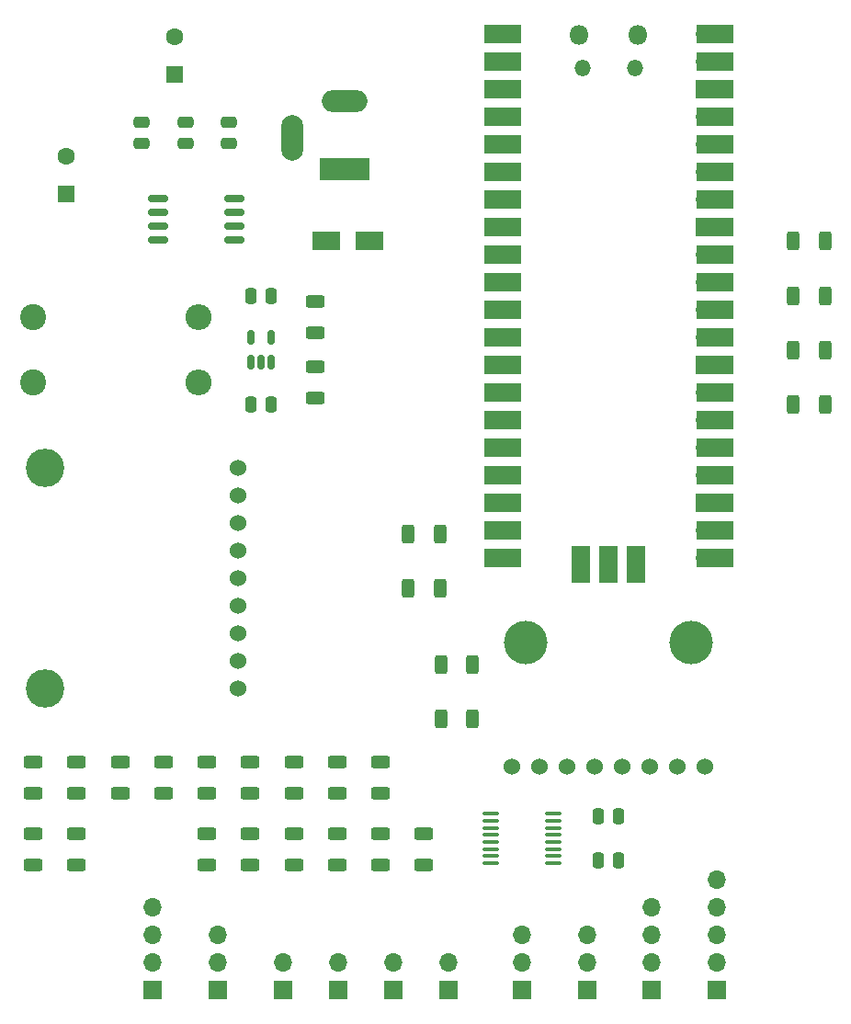
<source format=gbr>
%TF.GenerationSoftware,KiCad,Pcbnew,(6.0.5)*%
%TF.CreationDate,2022-08-14T01:36:17-04:00*%
%TF.ProjectId,RICM Greenpower Telemetry Module,5249434d-2047-4726-9565-6e706f776572,rev?*%
%TF.SameCoordinates,Original*%
%TF.FileFunction,Soldermask,Top*%
%TF.FilePolarity,Negative*%
%FSLAX46Y46*%
G04 Gerber Fmt 4.6, Leading zero omitted, Abs format (unit mm)*
G04 Created by KiCad (PCBNEW (6.0.5)) date 2022-08-14 01:36:17*
%MOMM*%
%LPD*%
G01*
G04 APERTURE LIST*
G04 Aperture macros list*
%AMRoundRect*
0 Rectangle with rounded corners*
0 $1 Rounding radius*
0 $2 $3 $4 $5 $6 $7 $8 $9 X,Y pos of 4 corners*
0 Add a 4 corners polygon primitive as box body*
4,1,4,$2,$3,$4,$5,$6,$7,$8,$9,$2,$3,0*
0 Add four circle primitives for the rounded corners*
1,1,$1+$1,$2,$3*
1,1,$1+$1,$4,$5*
1,1,$1+$1,$6,$7*
1,1,$1+$1,$8,$9*
0 Add four rect primitives between the rounded corners*
20,1,$1+$1,$2,$3,$4,$5,0*
20,1,$1+$1,$4,$5,$6,$7,0*
20,1,$1+$1,$6,$7,$8,$9,0*
20,1,$1+$1,$8,$9,$2,$3,0*%
G04 Aperture macros list end*
%ADD10RoundRect,0.250000X-0.312500X-0.625000X0.312500X-0.625000X0.312500X0.625000X-0.312500X0.625000X0*%
%ADD11RoundRect,0.250000X0.312500X0.625000X-0.312500X0.625000X-0.312500X-0.625000X0.312500X-0.625000X0*%
%ADD12RoundRect,0.250000X0.625000X-0.312500X0.625000X0.312500X-0.625000X0.312500X-0.625000X-0.312500X0*%
%ADD13RoundRect,0.100000X-0.637500X-0.100000X0.637500X-0.100000X0.637500X0.100000X-0.637500X0.100000X0*%
%ADD14RoundRect,0.250000X0.475000X-0.250000X0.475000X0.250000X-0.475000X0.250000X-0.475000X-0.250000X0*%
%ADD15R,1.700000X1.700000*%
%ADD16O,1.700000X1.700000*%
%ADD17R,1.700000X3.500000*%
%ADD18R,3.500000X1.700000*%
%ADD19O,1.800000X1.800000*%
%ADD20O,1.500000X1.500000*%
%ADD21C,2.400000*%
%ADD22O,2.400000X2.400000*%
%ADD23RoundRect,0.250000X-0.250000X-0.475000X0.250000X-0.475000X0.250000X0.475000X-0.250000X0.475000X0*%
%ADD24R,1.600000X1.600000*%
%ADD25C,1.600000*%
%ADD26RoundRect,0.150000X-0.800000X-0.150000X0.800000X-0.150000X0.800000X0.150000X-0.800000X0.150000X0*%
%ADD27RoundRect,0.250000X0.250000X0.475000X-0.250000X0.475000X-0.250000X-0.475000X0.250000X-0.475000X0*%
%ADD28RoundRect,0.150000X0.150000X-0.512500X0.150000X0.512500X-0.150000X0.512500X-0.150000X-0.512500X0*%
%ADD29R,4.600000X2.000000*%
%ADD30O,4.200000X2.000000*%
%ADD31O,2.000000X4.200000*%
%ADD32R,2.500000X1.800000*%
%ADD33RoundRect,0.250000X-0.625000X0.312500X-0.625000X-0.312500X0.625000X-0.312500X0.625000X0.312500X0*%
%ADD34C,4.000000*%
%ADD35C,1.524000*%
%ADD36C,3.540000*%
G04 APERTURE END LIST*
D10*
%TO.C,R6*%
X85000000Y-49000000D03*
X87925000Y-49000000D03*
%TD*%
%TO.C,R5*%
X85000000Y-44000000D03*
X87925000Y-44000000D03*
%TD*%
%TO.C,R4*%
X85000000Y-39000000D03*
X87925000Y-39000000D03*
%TD*%
%TO.C,R3*%
X85000000Y-34000000D03*
X87925000Y-34000000D03*
%TD*%
D11*
%TO.C,R2*%
X49537500Y-66000000D03*
X52462500Y-66000000D03*
%TD*%
%TO.C,R1*%
X49537500Y-61000000D03*
X52462500Y-61000000D03*
%TD*%
D12*
%TO.C,R19*%
X23000000Y-84862500D03*
X23000000Y-81937500D03*
%TD*%
%TO.C,R20*%
X19000000Y-84862500D03*
X19000000Y-81937500D03*
%TD*%
D13*
%TO.C,U5*%
X57137500Y-86725000D03*
X57137500Y-87375000D03*
X57137500Y-88025000D03*
X57137500Y-88675000D03*
X57137500Y-89325000D03*
X57137500Y-89975000D03*
X57137500Y-90625000D03*
X57137500Y-91275000D03*
X62862500Y-91275000D03*
X62862500Y-90625000D03*
X62862500Y-89975000D03*
X62862500Y-89325000D03*
X62862500Y-88675000D03*
X62862500Y-88025000D03*
X62862500Y-87375000D03*
X62862500Y-86725000D03*
%TD*%
D14*
%TO.C,C1*%
X25000000Y-24950000D03*
X25000000Y-23050000D03*
%TD*%
D12*
%TO.C,R13*%
X43000000Y-84862500D03*
X43000000Y-81937500D03*
%TD*%
%TO.C,R9*%
X47000000Y-84862500D03*
X47000000Y-81937500D03*
%TD*%
%TO.C,R18*%
X19000000Y-91462500D03*
X19000000Y-88537500D03*
%TD*%
D15*
%TO.C,J10*%
X38000000Y-103000000D03*
D16*
X38000000Y-100460000D03*
%TD*%
D15*
%TO.C,J5*%
X60000000Y-103000000D03*
D16*
X60000000Y-100460000D03*
X60000000Y-97920000D03*
%TD*%
D17*
%TO.C,U3*%
X70540000Y-63800000D03*
D16*
X70540000Y-62900000D03*
D15*
X68000000Y-62900000D03*
D17*
X68000000Y-63800000D03*
X65460000Y-63800000D03*
D16*
X65460000Y-62900000D03*
D18*
X77790000Y-14870000D03*
D16*
X76890000Y-14870000D03*
X76890000Y-17410000D03*
D18*
X77790000Y-17410000D03*
X77790000Y-19950000D03*
D15*
X76890000Y-19950000D03*
D16*
X76890000Y-22490000D03*
D18*
X77790000Y-22490000D03*
D16*
X76890000Y-25030000D03*
D18*
X77790000Y-25030000D03*
D16*
X76890000Y-27570000D03*
D18*
X77790000Y-27570000D03*
D16*
X76890000Y-30110000D03*
D18*
X77790000Y-30110000D03*
D15*
X76890000Y-32650000D03*
D18*
X77790000Y-32650000D03*
X77790000Y-35190000D03*
D16*
X76890000Y-35190000D03*
X76890000Y-37730000D03*
D18*
X77790000Y-37730000D03*
D16*
X76890000Y-40270000D03*
D18*
X77790000Y-40270000D03*
X77790000Y-42810000D03*
D16*
X76890000Y-42810000D03*
D18*
X77790000Y-45350000D03*
D15*
X76890000Y-45350000D03*
D16*
X76890000Y-47890000D03*
D18*
X77790000Y-47890000D03*
D16*
X76890000Y-50430000D03*
D18*
X77790000Y-50430000D03*
X77790000Y-52970000D03*
D16*
X76890000Y-52970000D03*
X76890000Y-55510000D03*
D18*
X77790000Y-55510000D03*
D15*
X76890000Y-58050000D03*
D18*
X77790000Y-58050000D03*
X77790000Y-60590000D03*
D16*
X76890000Y-60590000D03*
D18*
X77790000Y-63130000D03*
D16*
X76890000Y-63130000D03*
X59110000Y-63130000D03*
D18*
X58210000Y-63130000D03*
D16*
X59110000Y-60590000D03*
D18*
X58210000Y-60590000D03*
X58210000Y-58050000D03*
D15*
X59110000Y-58050000D03*
D16*
X59110000Y-55510000D03*
D18*
X58210000Y-55510000D03*
D16*
X59110000Y-52970000D03*
D18*
X58210000Y-52970000D03*
D16*
X59110000Y-50430000D03*
D18*
X58210000Y-50430000D03*
D16*
X59110000Y-47890000D03*
D18*
X58210000Y-47890000D03*
D15*
X59110000Y-45350000D03*
D18*
X58210000Y-45350000D03*
D16*
X59110000Y-42810000D03*
D18*
X58210000Y-42810000D03*
X58210000Y-40270000D03*
D16*
X59110000Y-40270000D03*
X59110000Y-37730000D03*
D18*
X58210000Y-37730000D03*
D16*
X59110000Y-35190000D03*
D18*
X58210000Y-35190000D03*
X58210000Y-32650000D03*
D15*
X59110000Y-32650000D03*
D16*
X59110000Y-30110000D03*
D18*
X58210000Y-30110000D03*
X58210000Y-27570000D03*
D16*
X59110000Y-27570000D03*
X59110000Y-25030000D03*
D18*
X58210000Y-25030000D03*
X58210000Y-22490000D03*
D16*
X59110000Y-22490000D03*
D18*
X58210000Y-19950000D03*
D15*
X59110000Y-19950000D03*
D16*
X59110000Y-17410000D03*
D18*
X58210000Y-17410000D03*
X58210000Y-14870000D03*
D16*
X59110000Y-14870000D03*
D19*
X65275000Y-15000000D03*
X70725000Y-15000000D03*
D20*
X65575000Y-18030000D03*
X70425000Y-18030000D03*
%TD*%
D21*
%TO.C,L1*%
X15000000Y-41000000D03*
D22*
X30240000Y-41000000D03*
%TD*%
D23*
%TO.C,C9*%
X67050000Y-87000000D03*
X68950000Y-87000000D03*
%TD*%
D15*
%TO.C,J9*%
X26000000Y-103000000D03*
D16*
X26000000Y-100460000D03*
X26000000Y-97920000D03*
X26000000Y-95380000D03*
%TD*%
D12*
%TO.C,R17*%
X15000000Y-84862500D03*
X15000000Y-81937500D03*
%TD*%
D21*
%TO.C,L2*%
X15000000Y-47000000D03*
D22*
X30240000Y-47000000D03*
%TD*%
D12*
%TO.C,R25*%
X31000000Y-84862500D03*
X31000000Y-81937500D03*
%TD*%
D15*
%TO.C,J4*%
X66000000Y-103000000D03*
D16*
X66000000Y-100460000D03*
X66000000Y-97920000D03*
%TD*%
D15*
%TO.C,J8*%
X53240000Y-103000000D03*
D16*
X53240000Y-100460000D03*
%TD*%
D12*
%TO.C,R15*%
X15000000Y-91462500D03*
X15000000Y-88537500D03*
%TD*%
D15*
%TO.C,J3*%
X78000000Y-103000000D03*
D16*
X78000000Y-100460000D03*
X78000000Y-97920000D03*
X78000000Y-95380000D03*
X78000000Y-92840000D03*
%TD*%
D24*
%TO.C,C2*%
X18000000Y-29652651D03*
D25*
X18000000Y-26152651D03*
%TD*%
D12*
%TO.C,R26*%
X31000000Y-91462500D03*
X31000000Y-88537500D03*
%TD*%
%TO.C,R11*%
X47000000Y-91462500D03*
X47000000Y-88537500D03*
%TD*%
D15*
%TO.C,J6*%
X48160000Y-103000000D03*
D16*
X48160000Y-100460000D03*
%TD*%
D12*
%TO.C,R12*%
X43000000Y-91462500D03*
X43000000Y-88537500D03*
%TD*%
D15*
%TO.C,J11*%
X32000000Y-103000000D03*
D16*
X32000000Y-100460000D03*
X32000000Y-97920000D03*
%TD*%
D14*
%TO.C,C5*%
X33000000Y-24950000D03*
X33000000Y-23050000D03*
%TD*%
%TO.C,C4*%
X29000000Y-24950000D03*
X29000000Y-23050000D03*
%TD*%
D12*
%TO.C,R10*%
X51000000Y-91462500D03*
X51000000Y-88537500D03*
%TD*%
D15*
%TO.C,J2*%
X72000000Y-103000000D03*
D16*
X72000000Y-100460000D03*
X72000000Y-97920000D03*
X72000000Y-95380000D03*
%TD*%
D26*
%TO.C,U1*%
X26500000Y-30095000D03*
X26500000Y-31365000D03*
X26500000Y-32635000D03*
X26500000Y-33905000D03*
X33500000Y-33905000D03*
X33500000Y-32635000D03*
X33500000Y-31365000D03*
X33500000Y-30095000D03*
%TD*%
D27*
%TO.C,C3*%
X36950000Y-49000000D03*
X35050000Y-49000000D03*
%TD*%
D28*
%TO.C,U2*%
X35050000Y-45137500D03*
X36000000Y-45137500D03*
X36950000Y-45137500D03*
X36950000Y-42862500D03*
X35050000Y-42862500D03*
%TD*%
D29*
%TO.C,J1*%
X43650000Y-27350000D03*
D30*
X43650000Y-21050000D03*
D31*
X38850000Y-24450000D03*
%TD*%
D32*
%TO.C,D1*%
X42000000Y-34000000D03*
X46000000Y-34000000D03*
%TD*%
D33*
%TO.C,R8*%
X41000000Y-45537500D03*
X41000000Y-48462500D03*
%TD*%
D12*
%TO.C,R27*%
X35000000Y-91462500D03*
X35000000Y-88537500D03*
%TD*%
D34*
%TO.C,U6*%
X60380000Y-70920000D03*
X75620000Y-70920000D03*
D35*
X59110000Y-82350000D03*
X61650000Y-82350000D03*
X64190000Y-82350000D03*
X66730000Y-82350000D03*
X69270000Y-82350000D03*
X71810000Y-82350000D03*
X74350000Y-82350000D03*
X76890000Y-82350000D03*
%TD*%
D10*
%TO.C,R16*%
X52537500Y-73000000D03*
X55462500Y-73000000D03*
%TD*%
D36*
%TO.C,U4*%
X16110000Y-54840000D03*
X16110000Y-75160000D03*
D35*
X33890000Y-75160000D03*
X33890000Y-72620000D03*
X33890000Y-70080000D03*
X33890000Y-67540000D03*
X33890000Y-65000000D03*
X33890000Y-62460000D03*
X33890000Y-59920000D03*
X33890000Y-57380000D03*
X33890000Y-54840000D03*
%TD*%
D15*
%TO.C,J7*%
X43080000Y-103000000D03*
D16*
X43080000Y-100460000D03*
%TD*%
D12*
%TO.C,R24*%
X27000000Y-84862500D03*
X27000000Y-81937500D03*
%TD*%
%TO.C,R23*%
X39000000Y-91462500D03*
X39000000Y-88537500D03*
%TD*%
D10*
%TO.C,R14*%
X52537500Y-78000000D03*
X55462500Y-78000000D03*
%TD*%
D27*
%TO.C,C6*%
X36950000Y-39000000D03*
X35050000Y-39000000D03*
%TD*%
D24*
%TO.C,C7*%
X28000000Y-18652651D03*
D25*
X28000000Y-15152651D03*
%TD*%
D23*
%TO.C,C8*%
X67050000Y-91000000D03*
X68950000Y-91000000D03*
%TD*%
D12*
%TO.C,R21*%
X39000000Y-84862500D03*
X39000000Y-81937500D03*
%TD*%
%TO.C,R22*%
X35000000Y-84862500D03*
X35000000Y-81937500D03*
%TD*%
D33*
%TO.C,R7*%
X41000000Y-39537500D03*
X41000000Y-42462500D03*
%TD*%
M02*

</source>
